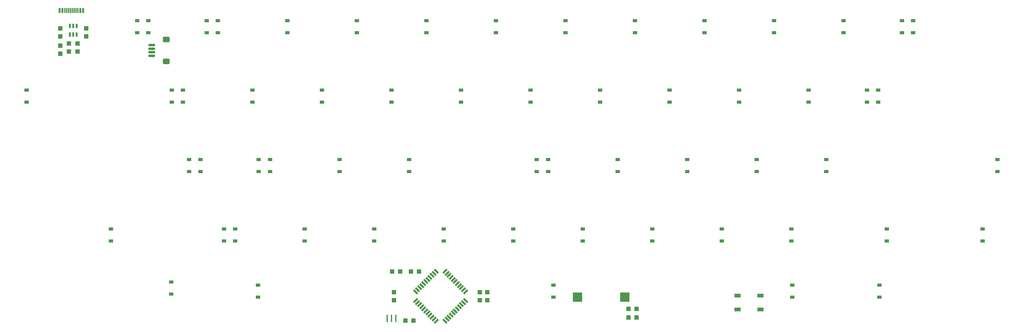
<source format=gbp>
G04 #@! TF.GenerationSoftware,KiCad,Pcbnew,(5.99.0-11336-g5116fa6d12)*
G04 #@! TF.CreationDate,2021-07-31T15:39:07+02:00*
G04 #@! TF.ProjectId,plain60-flex-mkd-hhkb,706c6169-6e36-4302-9d66-6c65782d6d6b,rev?*
G04 #@! TF.SameCoordinates,Original*
G04 #@! TF.FileFunction,Paste,Bot*
G04 #@! TF.FilePolarity,Positive*
%FSLAX46Y46*%
G04 Gerber Fmt 4.6, Leading zero omitted, Abs format (unit mm)*
G04 Created by KiCad (PCBNEW (5.99.0-11336-g5116fa6d12)) date 2021-07-31 15:39:07*
%MOMM*%
%LPD*%
G01*
G04 APERTURE LIST*
G04 Aperture macros list*
%AMRoundRect*
0 Rectangle with rounded corners*
0 $1 Rounding radius*
0 $2 $3 $4 $5 $6 $7 $8 $9 X,Y pos of 4 corners*
0 Add a 4 corners polygon primitive as box body*
4,1,4,$2,$3,$4,$5,$6,$7,$8,$9,$2,$3,0*
0 Add four circle primitives for the rounded corners*
1,1,$1+$1,$2,$3*
1,1,$1+$1,$4,$5*
1,1,$1+$1,$6,$7*
1,1,$1+$1,$8,$9*
0 Add four rect primitives between the rounded corners*
20,1,$1+$1,$2,$3,$4,$5,0*
20,1,$1+$1,$4,$5,$6,$7,0*
20,1,$1+$1,$6,$7,$8,$9,0*
20,1,$1+$1,$8,$9,$2,$3,0*%
%AMRotRect*
0 Rectangle, with rotation*
0 The origin of the aperture is its center*
0 $1 length*
0 $2 width*
0 $3 Rotation angle, in degrees counterclockwise*
0 Add horizontal line*
21,1,$1,$2,0,0,$3*%
G04 Aperture macros list end*
%ADD10R,1.200000X0.900000*%
%ADD11RotRect,1.500000X0.550000X135.000000*%
%ADD12RotRect,1.500000X0.550000X45.000000*%
%ADD13R,0.400000X2.000000*%
%ADD14R,1.700000X1.000000*%
%ADD15R,1.200000X1.300000*%
%ADD16R,1.300000X1.200000*%
%ADD17R,0.600000X1.450000*%
%ADD18R,0.300000X1.450000*%
%ADD19R,1.200000X1.250000*%
%ADD20R,1.250000X1.200000*%
%ADD21R,0.600000X1.200000*%
%ADD22R,2.500000X2.500000*%
%ADD23RoundRect,0.150000X0.775000X-0.150000X0.775000X0.150000X-0.775000X0.150000X-0.775000X-0.150000X0*%
%ADD24RoundRect,0.332800X0.567200X-0.467200X0.567200X0.467200X-0.567200X0.467200X-0.567200X-0.467200X0*%
G04 APERTURE END LIST*
D10*
X239932417Y-85725561D03*
X239932417Y-82425561D03*
X216098619Y-85725561D03*
X216098619Y-82425561D03*
X150614189Y-85725561D03*
X150614189Y-82425561D03*
X69679287Y-85725561D03*
X69679287Y-82425561D03*
X268225000Y-70325000D03*
X268225000Y-67025000D03*
X242031460Y-70325056D03*
X242031460Y-67025056D03*
X215837500Y-70325000D03*
X215837500Y-67025000D03*
X196787500Y-70325000D03*
X196787500Y-67025000D03*
X139637500Y-70325000D03*
X139637500Y-67025000D03*
X101537500Y-70325000D03*
X101537500Y-67025000D03*
X82487500Y-70325000D03*
X82487500Y-67025000D03*
X220600000Y-32225000D03*
X220600000Y-28925000D03*
X225362500Y-51275000D03*
X225362500Y-47975000D03*
X49150000Y-32225000D03*
X49150000Y-28925000D03*
X182500000Y-32225000D03*
X182500000Y-28925000D03*
X206312500Y-51275000D03*
X206312500Y-47975000D03*
X111062500Y-51275000D03*
X111062500Y-47975000D03*
X53912500Y-51275000D03*
X53912500Y-47975000D03*
X187262500Y-51275000D03*
X187262500Y-47975000D03*
X146112500Y-51275000D03*
X146112500Y-47975000D03*
X50862500Y-51275000D03*
X50862500Y-47975000D03*
X72962500Y-51275000D03*
X72962500Y-47975000D03*
X106300000Y-32225000D03*
X106300000Y-28925000D03*
X201550000Y-32225000D03*
X201550000Y-28925000D03*
X125350000Y-32225000D03*
X125350000Y-28925000D03*
X163450000Y-32225000D03*
X163450000Y-28925000D03*
X149162500Y-51275000D03*
X149162500Y-47975000D03*
X92012500Y-51275000D03*
X92012500Y-47975000D03*
X60387500Y-70325000D03*
X60387500Y-67025000D03*
X158687500Y-70325000D03*
X158687500Y-67025000D03*
X272318700Y-51275000D03*
X272318700Y-47975000D03*
X45904299Y-84900061D03*
X45904299Y-81600061D03*
X168212500Y-51275000D03*
X168212500Y-47975000D03*
X87250000Y-32225000D03*
X87250000Y-28925000D03*
X239650000Y-32225000D03*
X239650000Y-28925000D03*
X69912500Y-51275000D03*
X69912500Y-47975000D03*
X144400000Y-32225000D03*
X144400000Y-28925000D03*
X177737500Y-70325000D03*
X177737500Y-67025000D03*
X120587500Y-70325000D03*
X120587500Y-67025000D03*
X68200000Y-32225000D03*
X68200000Y-28925000D03*
D11*
X126576021Y-86684407D03*
X126010335Y-87250092D03*
X125444650Y-87815777D03*
X124878965Y-88381463D03*
X124313279Y-88947148D03*
X123747594Y-89512834D03*
X123181908Y-90078519D03*
X122616223Y-90644205D03*
X122050537Y-91209890D03*
X121484852Y-91775575D03*
X120919167Y-92341261D03*
D12*
X118515003Y-92341261D03*
X117949318Y-91775575D03*
X117383633Y-91209890D03*
X116817947Y-90644205D03*
X116252262Y-90078519D03*
X115686576Y-89512834D03*
X115120891Y-88947148D03*
X114555205Y-88381463D03*
X113989520Y-87815777D03*
X113423835Y-87250092D03*
X112858149Y-86684407D03*
D11*
X112858149Y-84280243D03*
X113423835Y-83714558D03*
X113989520Y-83148873D03*
X114555205Y-82583187D03*
X115120891Y-82017502D03*
X115686576Y-81451816D03*
X116252262Y-80886131D03*
X116817947Y-80320445D03*
X117383633Y-79754760D03*
X117949318Y-79189075D03*
X118515003Y-78623389D03*
D12*
X120919167Y-78623389D03*
X121484852Y-79189075D03*
X122050537Y-79754760D03*
X122616223Y-80320445D03*
X123181908Y-80886131D03*
X123747594Y-81451816D03*
X124313279Y-82017502D03*
X124878965Y-82583187D03*
X125444650Y-83148873D03*
X126010335Y-83714558D03*
X126576021Y-84280243D03*
D13*
X105079287Y-91600061D03*
X107479287Y-91600061D03*
X106279287Y-91600061D03*
D14*
X201079287Y-85300061D03*
X207379287Y-85300061D03*
X207379287Y-89100061D03*
X201079287Y-89100061D03*
D15*
X106479287Y-78700061D03*
X108679287Y-78700061D03*
D10*
X172975000Y-13175000D03*
X172975000Y-9875000D03*
X153925000Y-13175000D03*
X153925000Y-9875000D03*
X230125000Y-13175000D03*
X230125000Y-9875000D03*
X192025000Y-13175000D03*
X192025000Y-9875000D03*
X246125000Y-13175000D03*
X246125000Y-9875000D03*
X46100000Y-32225000D03*
X46100000Y-28925000D03*
X6287500Y-32225000D03*
X6287500Y-28925000D03*
X211075000Y-13175000D03*
X211075000Y-9875000D03*
X115825000Y-13175000D03*
X115825000Y-9875000D03*
X55625000Y-13175000D03*
X55625000Y-9875000D03*
X77725000Y-13175000D03*
X77725000Y-9875000D03*
X134875000Y-13175000D03*
X134875000Y-9875000D03*
X96775000Y-13175000D03*
X96775000Y-9875000D03*
X58675000Y-13175000D03*
X58675000Y-9875000D03*
D16*
X17859390Y-18364077D03*
X17859390Y-16164077D03*
D17*
X15343000Y-7075000D03*
X16118000Y-7075000D03*
D18*
X16818000Y-7075000D03*
X17318000Y-7075000D03*
X17818000Y-7075000D03*
X18318000Y-7075000D03*
X18818000Y-7075000D03*
X19318000Y-7075000D03*
X19818000Y-7075000D03*
X20318000Y-7075000D03*
D17*
X21018000Y-7075000D03*
X21793000Y-7075000D03*
D10*
X63437500Y-70325000D03*
X63437500Y-67025000D03*
D19*
X110129287Y-92150061D03*
X112329287Y-92150061D03*
D20*
X130529287Y-84400061D03*
X130529287Y-86600061D03*
D10*
X29431250Y-70325000D03*
X29431250Y-67025000D03*
X236600000Y-32225000D03*
X236600000Y-28925000D03*
D16*
X15478138Y-18959390D03*
X15478138Y-16759390D03*
D10*
X36575000Y-13175000D03*
X36575000Y-9875000D03*
D16*
X20240642Y-16164077D03*
X20240642Y-18364077D03*
D19*
X171189287Y-91371313D03*
X173389287Y-91371313D03*
D20*
X106929287Y-86550061D03*
X106929287Y-84350061D03*
D15*
X173389287Y-88990061D03*
X171189287Y-88990061D03*
D16*
X22621894Y-11996886D03*
X22621894Y-14196886D03*
D10*
X39625000Y-13175000D03*
X39625000Y-9875000D03*
D21*
X18100016Y-11351573D03*
X19050016Y-11351573D03*
X20000016Y-11351573D03*
X20000016Y-13651573D03*
X19050016Y-13651573D03*
X18100016Y-13651573D03*
D16*
X15478138Y-14196886D03*
X15478138Y-11996886D03*
D22*
X157211075Y-85725072D03*
X170211075Y-85725072D03*
D20*
X132529287Y-84400061D03*
X132529287Y-86600061D03*
D19*
X113829287Y-78700061D03*
X111629287Y-78700061D03*
D23*
X40548273Y-16549549D03*
X40548273Y-17549549D03*
X40548273Y-18549549D03*
X40548273Y-19549549D03*
D24*
X44573273Y-15049549D03*
X44573273Y-21049549D03*
D10*
X249174977Y-13175061D03*
X249174977Y-9875061D03*
M02*

</source>
